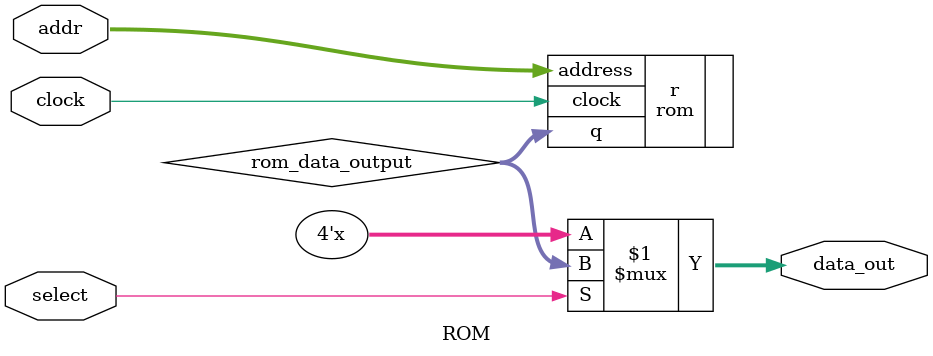
<source format=sv>
module ROM 
(
    /* Clock */
    input clock, 
    /* Input Signals */
    input select, 
    input [11:0] addr, 
    /* Output Signals */
    output [3:0] data_out, 
);

    wire [3:0] rom_data_output;

    rom r
    (
        .address(addr), 
        .clock(clock), 
        .q(rom_data_output)
    );

    assign data_out = select ? rom_data_output : 4'bz;
    
endmodule
</source>
